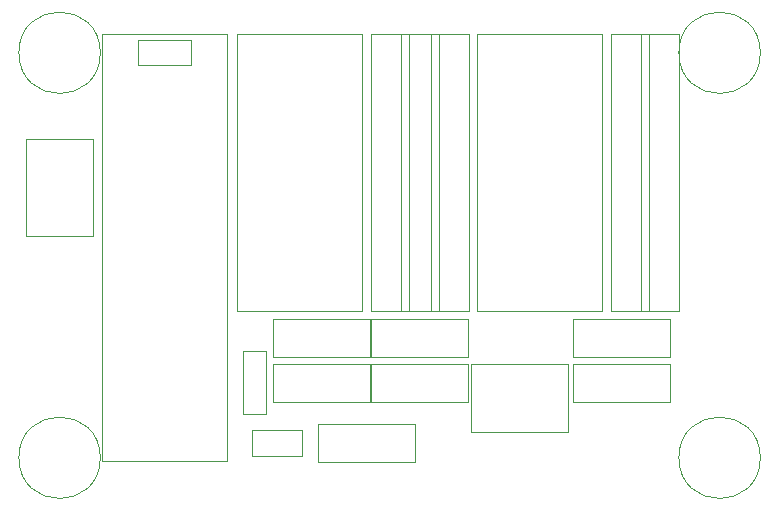
<source format=gbr>
G04 #@! TF.FileFunction,Other,User*
%FSLAX46Y46*%
G04 Gerber Fmt 4.6, Leading zero omitted, Abs format (unit mm)*
G04 Created by KiCad (PCBNEW 4.0.7) date 12/15/18 16:00:28*
%MOMM*%
%LPD*%
G01*
G04 APERTURE LIST*
%ADD10C,0.100000*%
%ADD11C,0.050000*%
G04 APERTURE END LIST*
D10*
D11*
X180645000Y-99390000D02*
X188845000Y-99390000D01*
X188845000Y-99390000D02*
X188845000Y-96190000D01*
X188845000Y-96190000D02*
X180645000Y-96190000D01*
X180645000Y-96190000D02*
X180645000Y-99390000D01*
X163500000Y-99390000D02*
X171700000Y-99390000D01*
X171700000Y-99390000D02*
X171700000Y-96190000D01*
X171700000Y-96190000D02*
X163500000Y-96190000D01*
X163500000Y-96190000D02*
X163500000Y-99390000D01*
X155245000Y-103200000D02*
X163445000Y-103200000D01*
X163445000Y-103200000D02*
X163445000Y-100000000D01*
X163445000Y-100000000D02*
X155245000Y-100000000D01*
X155245000Y-100000000D02*
X155245000Y-103200000D01*
X140610000Y-107950000D02*
G75*
G03X140610000Y-107950000I-3450000J0D01*
G01*
X140610000Y-73660000D02*
G75*
G03X140610000Y-73660000I-3450000J0D01*
G01*
X196490000Y-73660000D02*
G75*
G03X196490000Y-73660000I-3450000J0D01*
G01*
X155245000Y-99390000D02*
X163445000Y-99390000D01*
X163445000Y-99390000D02*
X163445000Y-96190000D01*
X163445000Y-96190000D02*
X155245000Y-96190000D01*
X155245000Y-96190000D02*
X155245000Y-99390000D01*
X196490000Y-107950000D02*
G75*
G03X196490000Y-107950000I-3450000J0D01*
G01*
X143800000Y-72610000D02*
X148300000Y-72610000D01*
X143800000Y-72610000D02*
X143800000Y-74710000D01*
X148300000Y-74710000D02*
X148300000Y-72610000D01*
X148300000Y-74710000D02*
X143800000Y-74710000D01*
X152670000Y-98950000D02*
X154670000Y-98950000D01*
X154670000Y-98950000D02*
X154670000Y-104250000D01*
X154670000Y-104250000D02*
X152670000Y-104250000D01*
X152670000Y-104250000D02*
X152670000Y-98950000D01*
X140740000Y-72060000D02*
X140740000Y-108260000D01*
X140740000Y-108260000D02*
X151340000Y-108260000D01*
X151340000Y-108260000D02*
X151340000Y-72060000D01*
X151340000Y-72060000D02*
X140740000Y-72060000D01*
X180645000Y-103200000D02*
X188845000Y-103200000D01*
X188845000Y-103200000D02*
X188845000Y-100000000D01*
X188845000Y-100000000D02*
X180645000Y-100000000D01*
X180645000Y-100000000D02*
X180645000Y-103200000D01*
X163500000Y-103200000D02*
X171700000Y-103200000D01*
X171700000Y-103200000D02*
X171700000Y-100000000D01*
X171700000Y-100000000D02*
X163500000Y-100000000D01*
X163500000Y-100000000D02*
X163500000Y-103200000D01*
X159055000Y-108280000D02*
X167255000Y-108280000D01*
X167255000Y-108280000D02*
X167255000Y-105080000D01*
X167255000Y-105080000D02*
X159055000Y-105080000D01*
X159055000Y-105080000D02*
X159055000Y-108280000D01*
X134290000Y-80950000D02*
X134290000Y-89150000D01*
X134290000Y-89150000D02*
X139990000Y-89150000D01*
X139990000Y-89150000D02*
X139990000Y-80950000D01*
X139990000Y-80950000D02*
X134290000Y-80950000D01*
X172009000Y-105740000D02*
X180209000Y-105740000D01*
X180209000Y-105740000D02*
X180209000Y-100040000D01*
X180209000Y-100040000D02*
X172009000Y-100040000D01*
X172009000Y-100040000D02*
X172009000Y-105740000D01*
X153425000Y-105570000D02*
X157725000Y-105570000D01*
X153425000Y-105570000D02*
X153425000Y-107780000D01*
X157725000Y-107780000D02*
X157725000Y-105570000D01*
X157725000Y-107780000D02*
X153425000Y-107780000D01*
X172490000Y-72060000D02*
X172490000Y-95560000D01*
X172490000Y-95560000D02*
X183090000Y-95560000D01*
X183090000Y-95560000D02*
X183090000Y-72060000D01*
X183090000Y-72060000D02*
X172490000Y-72060000D01*
X152170000Y-72060000D02*
X152170000Y-95560000D01*
X152170000Y-95560000D02*
X162770000Y-95560000D01*
X162770000Y-95560000D02*
X162770000Y-72060000D01*
X162770000Y-72060000D02*
X152170000Y-72060000D01*
X183820000Y-72060000D02*
X183820000Y-95560000D01*
X183820000Y-95560000D02*
X187020000Y-95560000D01*
X187020000Y-95560000D02*
X187020000Y-72060000D01*
X187020000Y-72060000D02*
X183820000Y-72060000D01*
X186360000Y-72060000D02*
X186360000Y-95560000D01*
X186360000Y-95560000D02*
X189560000Y-95560000D01*
X189560000Y-95560000D02*
X189560000Y-72060000D01*
X189560000Y-72060000D02*
X186360000Y-72060000D01*
X163500000Y-72060000D02*
X163500000Y-95560000D01*
X163500000Y-95560000D02*
X166700000Y-95560000D01*
X166700000Y-95560000D02*
X166700000Y-72060000D01*
X166700000Y-72060000D02*
X163500000Y-72060000D01*
X166040000Y-72060000D02*
X166040000Y-95560000D01*
X166040000Y-95560000D02*
X169240000Y-95560000D01*
X169240000Y-95560000D02*
X169240000Y-72060000D01*
X169240000Y-72060000D02*
X166040000Y-72060000D01*
X168580000Y-72060000D02*
X168580000Y-95560000D01*
X168580000Y-95560000D02*
X171780000Y-95560000D01*
X171780000Y-95560000D02*
X171780000Y-72060000D01*
X171780000Y-72060000D02*
X168580000Y-72060000D01*
M02*

</source>
